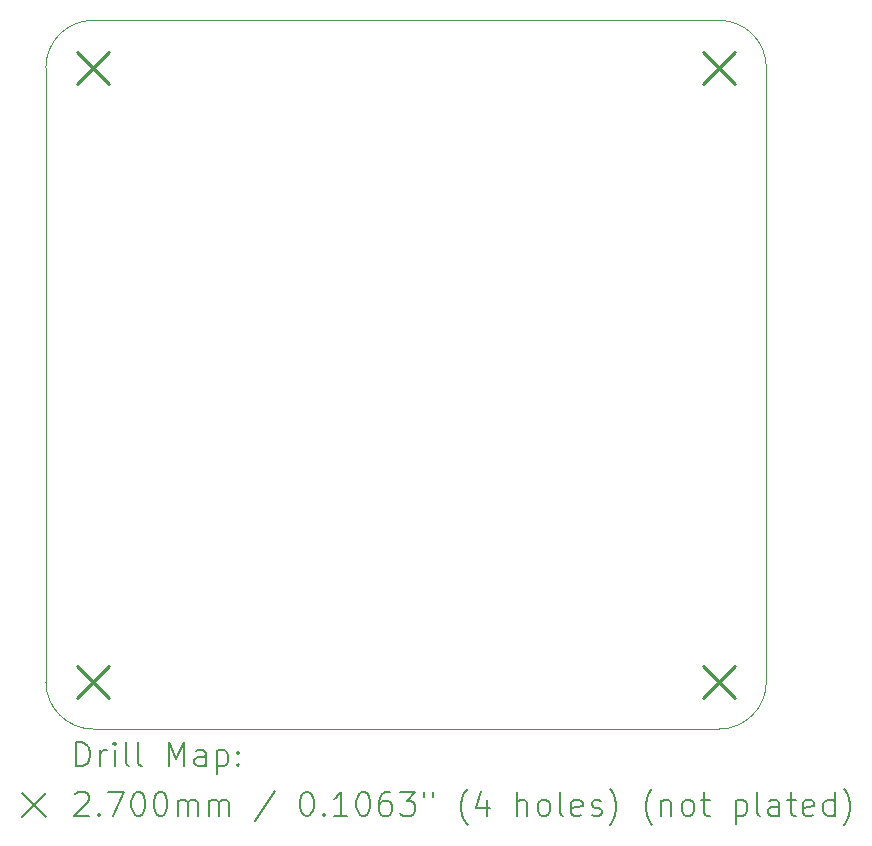
<source format=gbr>
%TF.GenerationSoftware,KiCad,Pcbnew,8.0.6*%
%TF.CreationDate,2025-04-03T21:30:17+02:00*%
%TF.ProjectId,UV-Controller,55562d43-6f6e-4747-926f-6c6c65722e6b,v2.0*%
%TF.SameCoordinates,Original*%
%TF.FileFunction,Drillmap*%
%TF.FilePolarity,Positive*%
%FSLAX45Y45*%
G04 Gerber Fmt 4.5, Leading zero omitted, Abs format (unit mm)*
G04 Created by KiCad (PCBNEW 8.0.6) date 2025-04-03 21:30:17*
%MOMM*%
%LPD*%
G01*
G04 APERTURE LIST*
%ADD10C,0.050000*%
%ADD11C,0.200000*%
%ADD12C,0.270000*%
G04 APERTURE END LIST*
D10*
X12111250Y-12947500D02*
X17411250Y-12947500D01*
X17411250Y-6947500D02*
X12111250Y-6947500D01*
X12111250Y-12947500D02*
G75*
G02*
X11711250Y-12547500I0J400000D01*
G01*
X17811250Y-12547500D02*
G75*
G02*
X17411250Y-12947500I-400000J0D01*
G01*
X11711250Y-7347500D02*
X11711250Y-12547500D01*
X11711250Y-7347500D02*
G75*
G02*
X12111250Y-6947500I400000J0D01*
G01*
X17811250Y-12547500D02*
X17811250Y-7347500D01*
X17411250Y-6947500D02*
G75*
G02*
X17811250Y-7347500I0J-400000D01*
G01*
D11*
D12*
X11976250Y-7212500D02*
X12246250Y-7482500D01*
X12246250Y-7212500D02*
X11976250Y-7482500D01*
X11976250Y-12412500D02*
X12246250Y-12682500D01*
X12246250Y-12412500D02*
X11976250Y-12682500D01*
X17276250Y-7212500D02*
X17546250Y-7482500D01*
X17546250Y-7212500D02*
X17276250Y-7482500D01*
X17276250Y-12412500D02*
X17546250Y-12682500D01*
X17546250Y-12412500D02*
X17276250Y-12682500D01*
D11*
X11969527Y-13261484D02*
X11969527Y-13061484D01*
X11969527Y-13061484D02*
X12017146Y-13061484D01*
X12017146Y-13061484D02*
X12045717Y-13071008D01*
X12045717Y-13071008D02*
X12064765Y-13090055D01*
X12064765Y-13090055D02*
X12074289Y-13109103D01*
X12074289Y-13109103D02*
X12083812Y-13147198D01*
X12083812Y-13147198D02*
X12083812Y-13175769D01*
X12083812Y-13175769D02*
X12074289Y-13213865D01*
X12074289Y-13213865D02*
X12064765Y-13232912D01*
X12064765Y-13232912D02*
X12045717Y-13251960D01*
X12045717Y-13251960D02*
X12017146Y-13261484D01*
X12017146Y-13261484D02*
X11969527Y-13261484D01*
X12169527Y-13261484D02*
X12169527Y-13128150D01*
X12169527Y-13166246D02*
X12179051Y-13147198D01*
X12179051Y-13147198D02*
X12188574Y-13137674D01*
X12188574Y-13137674D02*
X12207622Y-13128150D01*
X12207622Y-13128150D02*
X12226670Y-13128150D01*
X12293336Y-13261484D02*
X12293336Y-13128150D01*
X12293336Y-13061484D02*
X12283812Y-13071008D01*
X12283812Y-13071008D02*
X12293336Y-13080531D01*
X12293336Y-13080531D02*
X12302860Y-13071008D01*
X12302860Y-13071008D02*
X12293336Y-13061484D01*
X12293336Y-13061484D02*
X12293336Y-13080531D01*
X12417146Y-13261484D02*
X12398098Y-13251960D01*
X12398098Y-13251960D02*
X12388574Y-13232912D01*
X12388574Y-13232912D02*
X12388574Y-13061484D01*
X12521908Y-13261484D02*
X12502860Y-13251960D01*
X12502860Y-13251960D02*
X12493336Y-13232912D01*
X12493336Y-13232912D02*
X12493336Y-13061484D01*
X12750479Y-13261484D02*
X12750479Y-13061484D01*
X12750479Y-13061484D02*
X12817146Y-13204341D01*
X12817146Y-13204341D02*
X12883812Y-13061484D01*
X12883812Y-13061484D02*
X12883812Y-13261484D01*
X13064765Y-13261484D02*
X13064765Y-13156722D01*
X13064765Y-13156722D02*
X13055241Y-13137674D01*
X13055241Y-13137674D02*
X13036193Y-13128150D01*
X13036193Y-13128150D02*
X12998098Y-13128150D01*
X12998098Y-13128150D02*
X12979051Y-13137674D01*
X13064765Y-13251960D02*
X13045717Y-13261484D01*
X13045717Y-13261484D02*
X12998098Y-13261484D01*
X12998098Y-13261484D02*
X12979051Y-13251960D01*
X12979051Y-13251960D02*
X12969527Y-13232912D01*
X12969527Y-13232912D02*
X12969527Y-13213865D01*
X12969527Y-13213865D02*
X12979051Y-13194817D01*
X12979051Y-13194817D02*
X12998098Y-13185293D01*
X12998098Y-13185293D02*
X13045717Y-13185293D01*
X13045717Y-13185293D02*
X13064765Y-13175769D01*
X13160003Y-13128150D02*
X13160003Y-13328150D01*
X13160003Y-13137674D02*
X13179051Y-13128150D01*
X13179051Y-13128150D02*
X13217146Y-13128150D01*
X13217146Y-13128150D02*
X13236193Y-13137674D01*
X13236193Y-13137674D02*
X13245717Y-13147198D01*
X13245717Y-13147198D02*
X13255241Y-13166246D01*
X13255241Y-13166246D02*
X13255241Y-13223388D01*
X13255241Y-13223388D02*
X13245717Y-13242436D01*
X13245717Y-13242436D02*
X13236193Y-13251960D01*
X13236193Y-13251960D02*
X13217146Y-13261484D01*
X13217146Y-13261484D02*
X13179051Y-13261484D01*
X13179051Y-13261484D02*
X13160003Y-13251960D01*
X13340955Y-13242436D02*
X13350479Y-13251960D01*
X13350479Y-13251960D02*
X13340955Y-13261484D01*
X13340955Y-13261484D02*
X13331432Y-13251960D01*
X13331432Y-13251960D02*
X13340955Y-13242436D01*
X13340955Y-13242436D02*
X13340955Y-13261484D01*
X13340955Y-13137674D02*
X13350479Y-13147198D01*
X13350479Y-13147198D02*
X13340955Y-13156722D01*
X13340955Y-13156722D02*
X13331432Y-13147198D01*
X13331432Y-13147198D02*
X13340955Y-13137674D01*
X13340955Y-13137674D02*
X13340955Y-13156722D01*
X11508750Y-13490000D02*
X11708750Y-13690000D01*
X11708750Y-13490000D02*
X11508750Y-13690000D01*
X11960003Y-13500531D02*
X11969527Y-13491008D01*
X11969527Y-13491008D02*
X11988574Y-13481484D01*
X11988574Y-13481484D02*
X12036193Y-13481484D01*
X12036193Y-13481484D02*
X12055241Y-13491008D01*
X12055241Y-13491008D02*
X12064765Y-13500531D01*
X12064765Y-13500531D02*
X12074289Y-13519579D01*
X12074289Y-13519579D02*
X12074289Y-13538627D01*
X12074289Y-13538627D02*
X12064765Y-13567198D01*
X12064765Y-13567198D02*
X11950479Y-13681484D01*
X11950479Y-13681484D02*
X12074289Y-13681484D01*
X12160003Y-13662436D02*
X12169527Y-13671960D01*
X12169527Y-13671960D02*
X12160003Y-13681484D01*
X12160003Y-13681484D02*
X12150479Y-13671960D01*
X12150479Y-13671960D02*
X12160003Y-13662436D01*
X12160003Y-13662436D02*
X12160003Y-13681484D01*
X12236193Y-13481484D02*
X12369527Y-13481484D01*
X12369527Y-13481484D02*
X12283812Y-13681484D01*
X12483812Y-13481484D02*
X12502860Y-13481484D01*
X12502860Y-13481484D02*
X12521908Y-13491008D01*
X12521908Y-13491008D02*
X12531432Y-13500531D01*
X12531432Y-13500531D02*
X12540955Y-13519579D01*
X12540955Y-13519579D02*
X12550479Y-13557674D01*
X12550479Y-13557674D02*
X12550479Y-13605293D01*
X12550479Y-13605293D02*
X12540955Y-13643388D01*
X12540955Y-13643388D02*
X12531432Y-13662436D01*
X12531432Y-13662436D02*
X12521908Y-13671960D01*
X12521908Y-13671960D02*
X12502860Y-13681484D01*
X12502860Y-13681484D02*
X12483812Y-13681484D01*
X12483812Y-13681484D02*
X12464765Y-13671960D01*
X12464765Y-13671960D02*
X12455241Y-13662436D01*
X12455241Y-13662436D02*
X12445717Y-13643388D01*
X12445717Y-13643388D02*
X12436193Y-13605293D01*
X12436193Y-13605293D02*
X12436193Y-13557674D01*
X12436193Y-13557674D02*
X12445717Y-13519579D01*
X12445717Y-13519579D02*
X12455241Y-13500531D01*
X12455241Y-13500531D02*
X12464765Y-13491008D01*
X12464765Y-13491008D02*
X12483812Y-13481484D01*
X12674289Y-13481484D02*
X12693336Y-13481484D01*
X12693336Y-13481484D02*
X12712384Y-13491008D01*
X12712384Y-13491008D02*
X12721908Y-13500531D01*
X12721908Y-13500531D02*
X12731432Y-13519579D01*
X12731432Y-13519579D02*
X12740955Y-13557674D01*
X12740955Y-13557674D02*
X12740955Y-13605293D01*
X12740955Y-13605293D02*
X12731432Y-13643388D01*
X12731432Y-13643388D02*
X12721908Y-13662436D01*
X12721908Y-13662436D02*
X12712384Y-13671960D01*
X12712384Y-13671960D02*
X12693336Y-13681484D01*
X12693336Y-13681484D02*
X12674289Y-13681484D01*
X12674289Y-13681484D02*
X12655241Y-13671960D01*
X12655241Y-13671960D02*
X12645717Y-13662436D01*
X12645717Y-13662436D02*
X12636193Y-13643388D01*
X12636193Y-13643388D02*
X12626670Y-13605293D01*
X12626670Y-13605293D02*
X12626670Y-13557674D01*
X12626670Y-13557674D02*
X12636193Y-13519579D01*
X12636193Y-13519579D02*
X12645717Y-13500531D01*
X12645717Y-13500531D02*
X12655241Y-13491008D01*
X12655241Y-13491008D02*
X12674289Y-13481484D01*
X12826670Y-13681484D02*
X12826670Y-13548150D01*
X12826670Y-13567198D02*
X12836193Y-13557674D01*
X12836193Y-13557674D02*
X12855241Y-13548150D01*
X12855241Y-13548150D02*
X12883813Y-13548150D01*
X12883813Y-13548150D02*
X12902860Y-13557674D01*
X12902860Y-13557674D02*
X12912384Y-13576722D01*
X12912384Y-13576722D02*
X12912384Y-13681484D01*
X12912384Y-13576722D02*
X12921908Y-13557674D01*
X12921908Y-13557674D02*
X12940955Y-13548150D01*
X12940955Y-13548150D02*
X12969527Y-13548150D01*
X12969527Y-13548150D02*
X12988574Y-13557674D01*
X12988574Y-13557674D02*
X12998098Y-13576722D01*
X12998098Y-13576722D02*
X12998098Y-13681484D01*
X13093336Y-13681484D02*
X13093336Y-13548150D01*
X13093336Y-13567198D02*
X13102860Y-13557674D01*
X13102860Y-13557674D02*
X13121908Y-13548150D01*
X13121908Y-13548150D02*
X13150479Y-13548150D01*
X13150479Y-13548150D02*
X13169527Y-13557674D01*
X13169527Y-13557674D02*
X13179051Y-13576722D01*
X13179051Y-13576722D02*
X13179051Y-13681484D01*
X13179051Y-13576722D02*
X13188574Y-13557674D01*
X13188574Y-13557674D02*
X13207622Y-13548150D01*
X13207622Y-13548150D02*
X13236193Y-13548150D01*
X13236193Y-13548150D02*
X13255241Y-13557674D01*
X13255241Y-13557674D02*
X13264765Y-13576722D01*
X13264765Y-13576722D02*
X13264765Y-13681484D01*
X13655241Y-13471960D02*
X13483813Y-13729103D01*
X13912384Y-13481484D02*
X13931432Y-13481484D01*
X13931432Y-13481484D02*
X13950479Y-13491008D01*
X13950479Y-13491008D02*
X13960003Y-13500531D01*
X13960003Y-13500531D02*
X13969527Y-13519579D01*
X13969527Y-13519579D02*
X13979051Y-13557674D01*
X13979051Y-13557674D02*
X13979051Y-13605293D01*
X13979051Y-13605293D02*
X13969527Y-13643388D01*
X13969527Y-13643388D02*
X13960003Y-13662436D01*
X13960003Y-13662436D02*
X13950479Y-13671960D01*
X13950479Y-13671960D02*
X13931432Y-13681484D01*
X13931432Y-13681484D02*
X13912384Y-13681484D01*
X13912384Y-13681484D02*
X13893336Y-13671960D01*
X13893336Y-13671960D02*
X13883813Y-13662436D01*
X13883813Y-13662436D02*
X13874289Y-13643388D01*
X13874289Y-13643388D02*
X13864765Y-13605293D01*
X13864765Y-13605293D02*
X13864765Y-13557674D01*
X13864765Y-13557674D02*
X13874289Y-13519579D01*
X13874289Y-13519579D02*
X13883813Y-13500531D01*
X13883813Y-13500531D02*
X13893336Y-13491008D01*
X13893336Y-13491008D02*
X13912384Y-13481484D01*
X14064765Y-13662436D02*
X14074289Y-13671960D01*
X14074289Y-13671960D02*
X14064765Y-13681484D01*
X14064765Y-13681484D02*
X14055241Y-13671960D01*
X14055241Y-13671960D02*
X14064765Y-13662436D01*
X14064765Y-13662436D02*
X14064765Y-13681484D01*
X14264765Y-13681484D02*
X14150479Y-13681484D01*
X14207622Y-13681484D02*
X14207622Y-13481484D01*
X14207622Y-13481484D02*
X14188575Y-13510055D01*
X14188575Y-13510055D02*
X14169527Y-13529103D01*
X14169527Y-13529103D02*
X14150479Y-13538627D01*
X14388575Y-13481484D02*
X14407622Y-13481484D01*
X14407622Y-13481484D02*
X14426670Y-13491008D01*
X14426670Y-13491008D02*
X14436194Y-13500531D01*
X14436194Y-13500531D02*
X14445717Y-13519579D01*
X14445717Y-13519579D02*
X14455241Y-13557674D01*
X14455241Y-13557674D02*
X14455241Y-13605293D01*
X14455241Y-13605293D02*
X14445717Y-13643388D01*
X14445717Y-13643388D02*
X14436194Y-13662436D01*
X14436194Y-13662436D02*
X14426670Y-13671960D01*
X14426670Y-13671960D02*
X14407622Y-13681484D01*
X14407622Y-13681484D02*
X14388575Y-13681484D01*
X14388575Y-13681484D02*
X14369527Y-13671960D01*
X14369527Y-13671960D02*
X14360003Y-13662436D01*
X14360003Y-13662436D02*
X14350479Y-13643388D01*
X14350479Y-13643388D02*
X14340956Y-13605293D01*
X14340956Y-13605293D02*
X14340956Y-13557674D01*
X14340956Y-13557674D02*
X14350479Y-13519579D01*
X14350479Y-13519579D02*
X14360003Y-13500531D01*
X14360003Y-13500531D02*
X14369527Y-13491008D01*
X14369527Y-13491008D02*
X14388575Y-13481484D01*
X14626670Y-13481484D02*
X14588575Y-13481484D01*
X14588575Y-13481484D02*
X14569527Y-13491008D01*
X14569527Y-13491008D02*
X14560003Y-13500531D01*
X14560003Y-13500531D02*
X14540956Y-13529103D01*
X14540956Y-13529103D02*
X14531432Y-13567198D01*
X14531432Y-13567198D02*
X14531432Y-13643388D01*
X14531432Y-13643388D02*
X14540956Y-13662436D01*
X14540956Y-13662436D02*
X14550479Y-13671960D01*
X14550479Y-13671960D02*
X14569527Y-13681484D01*
X14569527Y-13681484D02*
X14607622Y-13681484D01*
X14607622Y-13681484D02*
X14626670Y-13671960D01*
X14626670Y-13671960D02*
X14636194Y-13662436D01*
X14636194Y-13662436D02*
X14645717Y-13643388D01*
X14645717Y-13643388D02*
X14645717Y-13595769D01*
X14645717Y-13595769D02*
X14636194Y-13576722D01*
X14636194Y-13576722D02*
X14626670Y-13567198D01*
X14626670Y-13567198D02*
X14607622Y-13557674D01*
X14607622Y-13557674D02*
X14569527Y-13557674D01*
X14569527Y-13557674D02*
X14550479Y-13567198D01*
X14550479Y-13567198D02*
X14540956Y-13576722D01*
X14540956Y-13576722D02*
X14531432Y-13595769D01*
X14712384Y-13481484D02*
X14836194Y-13481484D01*
X14836194Y-13481484D02*
X14769527Y-13557674D01*
X14769527Y-13557674D02*
X14798098Y-13557674D01*
X14798098Y-13557674D02*
X14817146Y-13567198D01*
X14817146Y-13567198D02*
X14826670Y-13576722D01*
X14826670Y-13576722D02*
X14836194Y-13595769D01*
X14836194Y-13595769D02*
X14836194Y-13643388D01*
X14836194Y-13643388D02*
X14826670Y-13662436D01*
X14826670Y-13662436D02*
X14817146Y-13671960D01*
X14817146Y-13671960D02*
X14798098Y-13681484D01*
X14798098Y-13681484D02*
X14740956Y-13681484D01*
X14740956Y-13681484D02*
X14721908Y-13671960D01*
X14721908Y-13671960D02*
X14712384Y-13662436D01*
X14912384Y-13481484D02*
X14912384Y-13519579D01*
X14988575Y-13481484D02*
X14988575Y-13519579D01*
X15283813Y-13757674D02*
X15274289Y-13748150D01*
X15274289Y-13748150D02*
X15255241Y-13719579D01*
X15255241Y-13719579D02*
X15245718Y-13700531D01*
X15245718Y-13700531D02*
X15236194Y-13671960D01*
X15236194Y-13671960D02*
X15226670Y-13624341D01*
X15226670Y-13624341D02*
X15226670Y-13586246D01*
X15226670Y-13586246D02*
X15236194Y-13538627D01*
X15236194Y-13538627D02*
X15245718Y-13510055D01*
X15245718Y-13510055D02*
X15255241Y-13491008D01*
X15255241Y-13491008D02*
X15274289Y-13462436D01*
X15274289Y-13462436D02*
X15283813Y-13452912D01*
X15445718Y-13548150D02*
X15445718Y-13681484D01*
X15398098Y-13471960D02*
X15350479Y-13614817D01*
X15350479Y-13614817D02*
X15474289Y-13614817D01*
X15702860Y-13681484D02*
X15702860Y-13481484D01*
X15788575Y-13681484D02*
X15788575Y-13576722D01*
X15788575Y-13576722D02*
X15779051Y-13557674D01*
X15779051Y-13557674D02*
X15760003Y-13548150D01*
X15760003Y-13548150D02*
X15731432Y-13548150D01*
X15731432Y-13548150D02*
X15712384Y-13557674D01*
X15712384Y-13557674D02*
X15702860Y-13567198D01*
X15912384Y-13681484D02*
X15893337Y-13671960D01*
X15893337Y-13671960D02*
X15883813Y-13662436D01*
X15883813Y-13662436D02*
X15874289Y-13643388D01*
X15874289Y-13643388D02*
X15874289Y-13586246D01*
X15874289Y-13586246D02*
X15883813Y-13567198D01*
X15883813Y-13567198D02*
X15893337Y-13557674D01*
X15893337Y-13557674D02*
X15912384Y-13548150D01*
X15912384Y-13548150D02*
X15940956Y-13548150D01*
X15940956Y-13548150D02*
X15960003Y-13557674D01*
X15960003Y-13557674D02*
X15969527Y-13567198D01*
X15969527Y-13567198D02*
X15979051Y-13586246D01*
X15979051Y-13586246D02*
X15979051Y-13643388D01*
X15979051Y-13643388D02*
X15969527Y-13662436D01*
X15969527Y-13662436D02*
X15960003Y-13671960D01*
X15960003Y-13671960D02*
X15940956Y-13681484D01*
X15940956Y-13681484D02*
X15912384Y-13681484D01*
X16093337Y-13681484D02*
X16074289Y-13671960D01*
X16074289Y-13671960D02*
X16064765Y-13652912D01*
X16064765Y-13652912D02*
X16064765Y-13481484D01*
X16245718Y-13671960D02*
X16226670Y-13681484D01*
X16226670Y-13681484D02*
X16188575Y-13681484D01*
X16188575Y-13681484D02*
X16169527Y-13671960D01*
X16169527Y-13671960D02*
X16160003Y-13652912D01*
X16160003Y-13652912D02*
X16160003Y-13576722D01*
X16160003Y-13576722D02*
X16169527Y-13557674D01*
X16169527Y-13557674D02*
X16188575Y-13548150D01*
X16188575Y-13548150D02*
X16226670Y-13548150D01*
X16226670Y-13548150D02*
X16245718Y-13557674D01*
X16245718Y-13557674D02*
X16255241Y-13576722D01*
X16255241Y-13576722D02*
X16255241Y-13595769D01*
X16255241Y-13595769D02*
X16160003Y-13614817D01*
X16331432Y-13671960D02*
X16350480Y-13681484D01*
X16350480Y-13681484D02*
X16388575Y-13681484D01*
X16388575Y-13681484D02*
X16407622Y-13671960D01*
X16407622Y-13671960D02*
X16417146Y-13652912D01*
X16417146Y-13652912D02*
X16417146Y-13643388D01*
X16417146Y-13643388D02*
X16407622Y-13624341D01*
X16407622Y-13624341D02*
X16388575Y-13614817D01*
X16388575Y-13614817D02*
X16360003Y-13614817D01*
X16360003Y-13614817D02*
X16340956Y-13605293D01*
X16340956Y-13605293D02*
X16331432Y-13586246D01*
X16331432Y-13586246D02*
X16331432Y-13576722D01*
X16331432Y-13576722D02*
X16340956Y-13557674D01*
X16340956Y-13557674D02*
X16360003Y-13548150D01*
X16360003Y-13548150D02*
X16388575Y-13548150D01*
X16388575Y-13548150D02*
X16407622Y-13557674D01*
X16483813Y-13757674D02*
X16493337Y-13748150D01*
X16493337Y-13748150D02*
X16512384Y-13719579D01*
X16512384Y-13719579D02*
X16521908Y-13700531D01*
X16521908Y-13700531D02*
X16531432Y-13671960D01*
X16531432Y-13671960D02*
X16540956Y-13624341D01*
X16540956Y-13624341D02*
X16540956Y-13586246D01*
X16540956Y-13586246D02*
X16531432Y-13538627D01*
X16531432Y-13538627D02*
X16521908Y-13510055D01*
X16521908Y-13510055D02*
X16512384Y-13491008D01*
X16512384Y-13491008D02*
X16493337Y-13462436D01*
X16493337Y-13462436D02*
X16483813Y-13452912D01*
X16845718Y-13757674D02*
X16836194Y-13748150D01*
X16836194Y-13748150D02*
X16817146Y-13719579D01*
X16817146Y-13719579D02*
X16807623Y-13700531D01*
X16807623Y-13700531D02*
X16798099Y-13671960D01*
X16798099Y-13671960D02*
X16788575Y-13624341D01*
X16788575Y-13624341D02*
X16788575Y-13586246D01*
X16788575Y-13586246D02*
X16798099Y-13538627D01*
X16798099Y-13538627D02*
X16807623Y-13510055D01*
X16807623Y-13510055D02*
X16817146Y-13491008D01*
X16817146Y-13491008D02*
X16836194Y-13462436D01*
X16836194Y-13462436D02*
X16845718Y-13452912D01*
X16921908Y-13548150D02*
X16921908Y-13681484D01*
X16921908Y-13567198D02*
X16931432Y-13557674D01*
X16931432Y-13557674D02*
X16950480Y-13548150D01*
X16950480Y-13548150D02*
X16979051Y-13548150D01*
X16979051Y-13548150D02*
X16998099Y-13557674D01*
X16998099Y-13557674D02*
X17007623Y-13576722D01*
X17007623Y-13576722D02*
X17007623Y-13681484D01*
X17131432Y-13681484D02*
X17112384Y-13671960D01*
X17112384Y-13671960D02*
X17102861Y-13662436D01*
X17102861Y-13662436D02*
X17093337Y-13643388D01*
X17093337Y-13643388D02*
X17093337Y-13586246D01*
X17093337Y-13586246D02*
X17102861Y-13567198D01*
X17102861Y-13567198D02*
X17112384Y-13557674D01*
X17112384Y-13557674D02*
X17131432Y-13548150D01*
X17131432Y-13548150D02*
X17160004Y-13548150D01*
X17160004Y-13548150D02*
X17179051Y-13557674D01*
X17179051Y-13557674D02*
X17188575Y-13567198D01*
X17188575Y-13567198D02*
X17198099Y-13586246D01*
X17198099Y-13586246D02*
X17198099Y-13643388D01*
X17198099Y-13643388D02*
X17188575Y-13662436D01*
X17188575Y-13662436D02*
X17179051Y-13671960D01*
X17179051Y-13671960D02*
X17160004Y-13681484D01*
X17160004Y-13681484D02*
X17131432Y-13681484D01*
X17255242Y-13548150D02*
X17331432Y-13548150D01*
X17283813Y-13481484D02*
X17283813Y-13652912D01*
X17283813Y-13652912D02*
X17293337Y-13671960D01*
X17293337Y-13671960D02*
X17312384Y-13681484D01*
X17312384Y-13681484D02*
X17331432Y-13681484D01*
X17550480Y-13548150D02*
X17550480Y-13748150D01*
X17550480Y-13557674D02*
X17569527Y-13548150D01*
X17569527Y-13548150D02*
X17607623Y-13548150D01*
X17607623Y-13548150D02*
X17626670Y-13557674D01*
X17626670Y-13557674D02*
X17636194Y-13567198D01*
X17636194Y-13567198D02*
X17645718Y-13586246D01*
X17645718Y-13586246D02*
X17645718Y-13643388D01*
X17645718Y-13643388D02*
X17636194Y-13662436D01*
X17636194Y-13662436D02*
X17626670Y-13671960D01*
X17626670Y-13671960D02*
X17607623Y-13681484D01*
X17607623Y-13681484D02*
X17569527Y-13681484D01*
X17569527Y-13681484D02*
X17550480Y-13671960D01*
X17760004Y-13681484D02*
X17740956Y-13671960D01*
X17740956Y-13671960D02*
X17731432Y-13652912D01*
X17731432Y-13652912D02*
X17731432Y-13481484D01*
X17921908Y-13681484D02*
X17921908Y-13576722D01*
X17921908Y-13576722D02*
X17912385Y-13557674D01*
X17912385Y-13557674D02*
X17893337Y-13548150D01*
X17893337Y-13548150D02*
X17855242Y-13548150D01*
X17855242Y-13548150D02*
X17836194Y-13557674D01*
X17921908Y-13671960D02*
X17902861Y-13681484D01*
X17902861Y-13681484D02*
X17855242Y-13681484D01*
X17855242Y-13681484D02*
X17836194Y-13671960D01*
X17836194Y-13671960D02*
X17826670Y-13652912D01*
X17826670Y-13652912D02*
X17826670Y-13633865D01*
X17826670Y-13633865D02*
X17836194Y-13614817D01*
X17836194Y-13614817D02*
X17855242Y-13605293D01*
X17855242Y-13605293D02*
X17902861Y-13605293D01*
X17902861Y-13605293D02*
X17921908Y-13595769D01*
X17988575Y-13548150D02*
X18064765Y-13548150D01*
X18017146Y-13481484D02*
X18017146Y-13652912D01*
X18017146Y-13652912D02*
X18026670Y-13671960D01*
X18026670Y-13671960D02*
X18045718Y-13681484D01*
X18045718Y-13681484D02*
X18064765Y-13681484D01*
X18207623Y-13671960D02*
X18188575Y-13681484D01*
X18188575Y-13681484D02*
X18150480Y-13681484D01*
X18150480Y-13681484D02*
X18131432Y-13671960D01*
X18131432Y-13671960D02*
X18121908Y-13652912D01*
X18121908Y-13652912D02*
X18121908Y-13576722D01*
X18121908Y-13576722D02*
X18131432Y-13557674D01*
X18131432Y-13557674D02*
X18150480Y-13548150D01*
X18150480Y-13548150D02*
X18188575Y-13548150D01*
X18188575Y-13548150D02*
X18207623Y-13557674D01*
X18207623Y-13557674D02*
X18217146Y-13576722D01*
X18217146Y-13576722D02*
X18217146Y-13595769D01*
X18217146Y-13595769D02*
X18121908Y-13614817D01*
X18388575Y-13681484D02*
X18388575Y-13481484D01*
X18388575Y-13671960D02*
X18369527Y-13681484D01*
X18369527Y-13681484D02*
X18331432Y-13681484D01*
X18331432Y-13681484D02*
X18312385Y-13671960D01*
X18312385Y-13671960D02*
X18302861Y-13662436D01*
X18302861Y-13662436D02*
X18293337Y-13643388D01*
X18293337Y-13643388D02*
X18293337Y-13586246D01*
X18293337Y-13586246D02*
X18302861Y-13567198D01*
X18302861Y-13567198D02*
X18312385Y-13557674D01*
X18312385Y-13557674D02*
X18331432Y-13548150D01*
X18331432Y-13548150D02*
X18369527Y-13548150D01*
X18369527Y-13548150D02*
X18388575Y-13557674D01*
X18464766Y-13757674D02*
X18474289Y-13748150D01*
X18474289Y-13748150D02*
X18493337Y-13719579D01*
X18493337Y-13719579D02*
X18502861Y-13700531D01*
X18502861Y-13700531D02*
X18512385Y-13671960D01*
X18512385Y-13671960D02*
X18521908Y-13624341D01*
X18521908Y-13624341D02*
X18521908Y-13586246D01*
X18521908Y-13586246D02*
X18512385Y-13538627D01*
X18512385Y-13538627D02*
X18502861Y-13510055D01*
X18502861Y-13510055D02*
X18493337Y-13491008D01*
X18493337Y-13491008D02*
X18474289Y-13462436D01*
X18474289Y-13462436D02*
X18464766Y-13452912D01*
M02*

</source>
